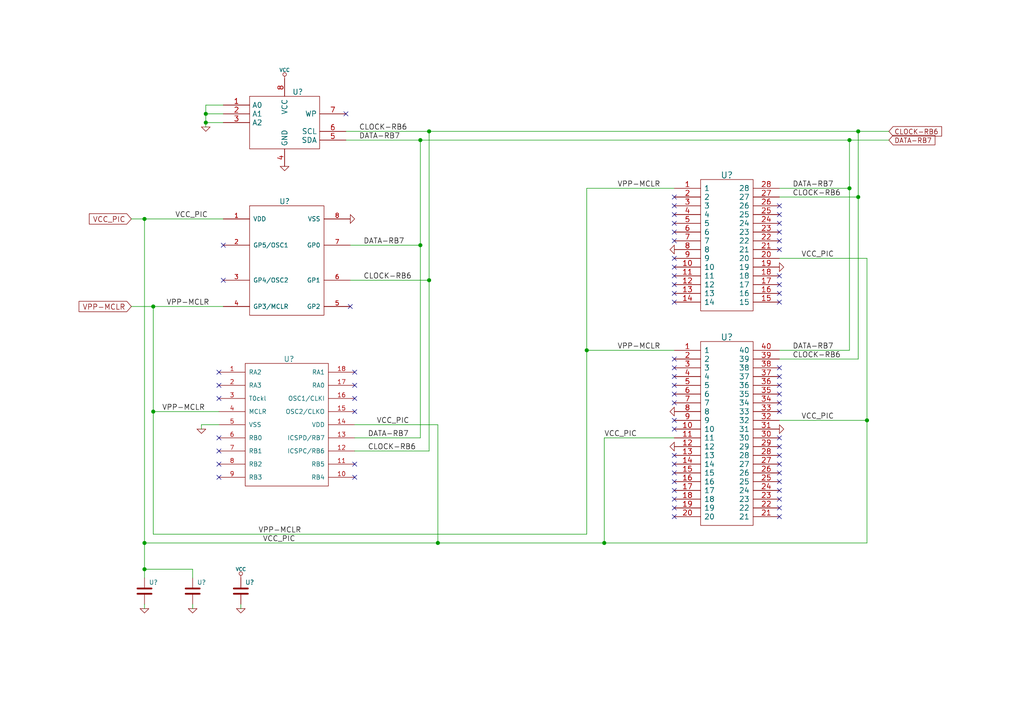
<source format=kicad_sch>
(kicad_sch (version 20220822) (generator eeschema)
  (paper "A4")
  (title_block (title "JDM - COM84 PIC Programmer with 13V DC/DC converter") (date "Sun 22 Mar 2015") (rev "3") (company "KiCad"))
  (lib_symbols
    (symbol "flat_hierarchy_schlib:24C16" (pin_names (offset 0.762))
      (property "Reference" "U" (at 3.81 8.89 0))
      (property "Value" "24C16" (at 5.08 -8.89 0))
      (symbol "24C16_0_0"
        (pin power_in line (at 0 -12.7 90) (length 5.08) (name "GND") (number "4"))
        (pin power_in line (at 0 12.7 270) (length 5.08) (name "VCC") (number "8"))
      )
      (symbol "24C16_1_1"
        (rectangle (start -10.16 -7.62) (end 10.16 7.62))
        (pin input line (at -17.78 5.08 0) (length 7.62) (name "A0") (number "1"))
        (pin input line (at -17.78 2.54 0) (length 7.62) (name "A1") (number "2"))
        (pin input line (at -17.78 0 0) (length 7.62) (name "A2") (number "3"))
        (pin bidirectional line (at 17.78 -5.08 180) (length 7.62) (name "SDA") (number "5"))
        (pin input line (at 17.78 -2.54 180) (length 7.62) (name "SCL") (number "6"))
        (pin input line (at 17.78 2.54 180) (length 7.62) (name "WP") (number "7"))
      )
    )
    (symbol "flat_hierarchy_schlib:C" (pin_numbers hide) (pin_names (offset 0.254))
      (property "Reference" "C" (at 0.635 2.54 0))
      (property "Value" "C" (at 0.635 -2.54 0))
      (symbol "C_0_1"
        (polyline (pts (xy -2.032 -0.762) (xy 2.032 -0.762)) (stroke (width 0.508)))
        (polyline (pts (xy -2.032 0.762) (xy 2.032 0.762)) (stroke (width 0.508)))
      )
      (symbol "C_1_1"
        (pin passive line (at 0 3.81 270) (length 2.794) (name "~") (number "1"))
        (pin passive line (at 0 -3.81 90) (length 2.794) (name "~") (number "2"))
      )
    )
    (symbol "flat_hierarchy_schlib:GND" (power) (pin_names (offset 0))
      (symbol "GND_0_1"
        (polyline (pts (xy -1.27 0) (xy 0 -1.27) (xy 1.27 0) (xy -1.27 0)))
      )
      (symbol "GND_1_1"
        (pin power_in line (at 0 0 90) (length 0) hide (name "GND") (number "1"))
      )
    )
    (symbol "flat_hierarchy_schlib:PIC12C508A" (pin_names (offset 1.016))
      (property "Reference" "U" (at 0 17.78 0))
      (property "Value" "PIC12C508A" (at 0 -16.51 0))
      (symbol "PIC12C508A_0_1"
        (rectangle (start 10.16 -15.24) (end -11.43 16.51))
      )
      (symbol "PIC12C508A_1_1"
        (pin power_in line (at -19.05 12.7 0) (length 7.62) (name "VDD") (number "1"))
        (pin input line (at -19.05 5.08 0) (length 7.62) (name "GP5/OSC1") (number "2"))
        (pin input line (at -19.05 -5.08 0) (length 7.62) (name "GP4/OSC2") (number "3"))
        (pin input line (at -19.05 -12.7 0) (length 7.62) (name "GP3/MCLR") (number "4"))
        (pin input line (at 17.78 -12.7 180) (length 7.62) (name "GP2") (number "5"))
        (pin input line (at 17.78 -5.08 180) (length 7.62) (name "GP1") (number "6"))
        (pin input line (at 17.78 5.08 180) (length 7.62) (name "GP0") (number "7"))
        (pin power_in line (at 17.78 12.7 180) (length 7.62) (name "VSS") (number "8"))
      )
      (symbol "PIC12C508A_1_2"
        (pin power_in line (at -19.05 12.7 0) (length 7.62) (name "VDD") (number "1"))
        (pin input line (at -19.05 5.08 0) (length 7.62) (name "GP5/OSC1") (number "2"))
        (pin input line (at -19.05 -5.08 0) (length 7.62) (name "GP4/OSC2") (number "3"))
        (pin input line (at -19.05 -12.7 0) (length 7.62) (name "GP3/MCLR") (number "4"))
        (pin input line (at 17.78 -12.7 180) (length 7.62) (name "GP2") (number "5"))
        (pin input line (at 17.78 -5.08 180) (length 7.62) (name "GP1") (number "6"))
        (pin input line (at 17.78 5.08 180) (length 7.62) (name "GP0") (number "7"))
        (pin power_in line (at 17.78 12.7 180) (length 7.62) (name "VSS") (number "8"))
      )
    )
    (symbol "flat_hierarchy_schlib:PIC16F54" (pin_names (offset 1.016))
      (property "Reference" "U?" (at 0 -19.05 0))
      (property "Value" "PIC16F54" (at 0 20.32 0))
      (symbol "PIC16F54_0_1"
        (rectangle (start -12.7 17.78) (end 11.43 -17.78))
      )
      (symbol "PIC16F54_1_1"
        (pin bidirectional line (at -20.32 15.24 0) (length 7.62) (name "RA2") (number "1"))
        (pin bidirectional line (at 19.05 -15.24 180) (length 7.62) (name "RB4") (number "10"))
        (pin bidirectional line (at 19.05 -11.43 180) (length 7.62) (name "RB5") (number "11"))
        (pin bidirectional line (at 19.05 -7.62 180) (length 7.62) (name "ICSPC/RB6") (number "12"))
        (pin bidirectional line (at 19.05 -3.81 180) (length 7.62) (name "ICSPD/RB7") (number "13"))
        (pin power_in line (at 19.05 0 180) (length 7.62) (name "VDD") (number "14"))
        (pin output line (at 19.05 3.81 180) (length 7.62) (name "OSC2/CLKO") (number "15"))
        (pin input line (at 19.05 7.62 180) (length 7.62) (name "OSC1/CLKI") (number "16"))
        (pin bidirectional line (at 19.05 11.43 180) (length 7.62) (name "RA0") (number "17"))
        (pin bidirectional line (at 19.05 15.24 180) (length 7.62) (name "RA1") (number "18"))
        (pin bidirectional line (at -20.32 11.43 0) (length 7.62) (name "RA3") (number "2"))
        (pin output line (at -20.32 7.62 0) (length 7.62) (name "T0ckl") (number "3"))
        (pin input line (at -20.32 3.81 0) (length 7.62) (name "MCLR") (number "4"))
        (pin power_in line (at -20.32 0 0) (length 7.62) (name "VSS") (number "5"))
        (pin bidirectional line (at -20.32 -3.81 0) (length 7.62) (name "RB0") (number "6"))
        (pin bidirectional line (at -20.32 -7.62 0) (length 7.62) (name "RB1") (number "7"))
        (pin bidirectional line (at -20.32 -11.43 0) (length 7.62) (name "RB2") (number "8"))
        (pin bidirectional line (at -20.32 -15.24 0) (length 7.62) (name "RB3") (number "9"))
      )
      (symbol "PIC16F54_1_2"
        (pin bidirectional line (at -20.32 15.24 0) (length 7.62) (name "RA2") (number "1"))
        (pin bidirectional line (at 19.05 -15.24 180) (length 7.62) (name "RB4") (number "10"))
        (pin bidirectional line (at 19.05 -11.43 180) (length 7.62) (name "RB5") (number "11"))
        (pin bidirectional line (at 19.05 -7.62 180) (length 7.62) (name "ICSPC/RB6") (number "12"))
        (pin bidirectional line (at 19.05 -3.81 180) (length 7.62) (name "ICSPD/RB7") (number "13"))
        (pin power_in line (at 19.05 0 180) (length 7.62) (name "VDD") (number "14"))
        (pin output line (at 19.05 3.81 180) (length 7.62) (name "OSC2/CLKO") (number "15"))
        (pin input line (at 19.05 7.62 180) (length 7.62) (name "OSC1/CLKI") (number "16"))
        (pin bidirectional line (at 19.05 11.43 180) (length 7.62) (name "RA0") (number "17"))
        (pin bidirectional line (at 19.05 15.24 180) (length 7.62) (name "RA1") (number "18"))
        (pin bidirectional line (at -20.32 11.43 0) (length 7.62) (name "RA3") (number "2"))
        (pin output line (at -20.32 7.62 0) (length 7.62) (name "T0ckl") (number "3"))
        (pin input line (at -20.32 3.81 0) (length 7.62) (name "MCLR") (number "4"))
        (pin power_in line (at -20.32 0 0) (length 7.62) (name "VSS") (number "5"))
        (pin bidirectional line (at -20.32 -3.81 0) (length 7.62) (name "RB0") (number "6"))
        (pin bidirectional line (at -20.32 -7.62 0) (length 7.62) (name "RB1") (number "7"))
        (pin bidirectional line (at -20.32 -11.43 0) (length 7.62) (name "RB2") (number "8"))
        (pin bidirectional line (at -20.32 -15.24 0) (length 7.62) (name "RB3") (number "9"))
      )
    )
    (symbol "flat_hierarchy_schlib:SUPP28" (pin_names (offset 1.016))
      (property "Reference" "J" (at 0 2.54 0))
      (property "Value" "SUPP28" (at 0 -2.54 0))
      (symbol "SUPP28_0_1"
        (rectangle (start -7.62 -19.05) (end 7.62 19.05))
      )
      (symbol "SUPP28_1_1"
        (pin passive line (at -15.24 16.51 0) (length 7.62) (name "1") (number "1"))
        (pin passive line (at -15.24 -6.35 0) (length 7.62) (name "10") (number "10"))
        (pin passive line (at -15.24 -8.89 0) (length 7.62) (name "11") (number "11"))
        (pin passive line (at -15.24 -11.43 0) (length 7.62) (name "12") (number "12"))
        (pin passive line (at -15.24 -13.97 0) (length 7.62) (name "13") (number "13"))
        (pin passive line (at -15.24 -16.51 0) (length 7.62) (name "14") (number "14"))
        (pin passive line (at 15.24 -16.51 180) (length 7.62) (name "15") (number "15"))
        (pin passive line (at 15.24 -13.97 180) (length 7.62) (name "16") (number "16"))
        (pin passive line (at 15.24 -11.43 180) (length 7.62) (name "17") (number "17"))
        (pin passive line (at 15.24 -8.89 180) (length 7.62) (name "18") (number "18"))
        (pin passive line (at 15.24 -6.35 180) (length 7.62) (name "19") (number "19"))
        (pin passive line (at -15.24 13.97 0) (length 7.62) (name "2") (number "2"))
        (pin passive line (at 15.24 -3.81 180) (length 7.62) (name "20") (number "20"))
        (pin passive line (at 15.24 -1.27 180) (length 7.62) (name "21") (number "21"))
        (pin passive line (at 15.24 1.27 180) (length 7.62) (name "22") (number "22"))
        (pin passive line (at 15.24 3.81 180) (length 7.62) (name "23") (number "23"))
        (pin passive line (at 15.24 6.35 180) (length 7.62) (name "24") (number "24"))
        (pin passive line (at 15.24 8.89 180) (length 7.62) (name "25") (number "25"))
        (pin passive line (at 15.24 11.43 180) (length 7.62) (name "26") (number "26"))
        (pin passive line (at 15.24 13.97 180) (length 7.62) (name "27") (number "27"))
        (pin passive line (at 15.24 16.51 180) (length 7.62) (name "28") (number "28"))
        (pin passive line (at -15.24 11.43 0) (length 7.62) (name "3") (number "3"))
        (pin passive line (at -15.24 8.89 0) (length 7.62) (name "4") (number "4"))
        (pin passive line (at -15.24 6.35 0) (length 7.62) (name "5") (number "5"))
        (pin passive line (at -15.24 3.81 0) (length 7.62) (name "6") (number "6"))
        (pin passive line (at -15.24 1.27 0) (length 7.62) (name "7") (number "7"))
        (pin passive line (at -15.24 -1.27 0) (length 7.62) (name "8") (number "8"))
        (pin passive line (at -15.24 -3.81 0) (length 7.62) (name "9") (number "9"))
      )
    )
    (symbol "flat_hierarchy_schlib:SUPP40" (pin_names (offset 1.016))
      (property "Reference" "P" (at 0 27.94 0))
      (property "Value" "SUPP40" (at 0 -27.94 0))
      (symbol "SUPP40_0_1"
        (rectangle (start -7.62 -26.67) (end 7.62 26.67))
      )
      (symbol "SUPP40_1_1"
        (pin passive line (at -15.24 24.13 0) (length 7.62) (name "1") (number "1"))
        (pin passive line (at -15.24 1.27 0) (length 7.62) (name "10") (number "10"))
        (pin passive line (at -15.24 -1.27 0) (length 7.62) (name "11") (number "11"))
        (pin passive line (at -15.24 -3.81 0) (length 7.62) (name "12") (number "12"))
        (pin passive line (at -15.24 -6.35 0) (length 7.62) (name "13") (number "13"))
        (pin passive line (at -15.24 -8.89 0) (length 7.62) (name "14") (number "14"))
        (pin passive line (at -15.24 -11.43 0) (length 7.62) (name "15") (number "15"))
        (pin passive line (at -15.24 -13.97 0) (length 7.62) (name "16") (number "16"))
        (pin passive line (at -15.24 -16.51 0) (length 7.62) (name "17") (number "17"))
        (pin passive line (at -15.24 -19.05 0) (length 7.62) (name "18") (number "18"))
        (pin passive line (at -15.24 -21.59 0) (length 7.62) (name "19") (number "19"))
        (pin passive line (at -15.24 21.59 0) (length 7.62) (name "2") (number "2"))
        (pin passive line (at -15.24 -24.13 0) (length 7.62) (name "20") (number "20"))
        (pin passive line (at 15.24 -24.13 180) (length 7.62) (name "21") (number "21"))
        (pin passive line (at 15.24 -21.59 180) (length 7.62) (name "22") (number "22"))
        (pin passive line (at 15.24 -19.05 180) (length 7.62) (name "23") (number "23"))
        (pin passive line (at 15.24 -16.51 180) (length 7.62) (name "24") (number "24"))
        (pin passive line (at 15.24 -13.97 180) (length 7.62) (name "25") (number "25"))
        (pin passive line (at 15.24 -11.43 180) (length 7.62) (name "26") (number "26"))
        (pin passive line (at 15.24 -8.89 180) (length 7.62) (name "27") (number "27"))
        (pin passive line (at 15.24 -6.35 180) (length 7.62) (name "28") (number "28"))
        (pin passive line (at 15.24 -3.81 180) (length 7.62) (name "29") (number "29"))
        (pin passive line (at -15.24 19.05 0) (length 7.62) (name "3") (number "3"))
        (pin passive line (at 15.24 -1.27 180) (length 7.62) (name "30") (number "30"))
        (pin passive line (at 15.24 1.27 180) (length 7.62) (name "31") (number "31"))
        (pin passive line (at 15.24 3.81 180) (length 7.62) (name "32") (number "32"))
        (pin passive line (at 15.24 6.35 180) (length 7.62) (name "33") (number "33"))
        (pin passive line (at 15.24 8.89 180) (length 7.62) (name "34") (number "34"))
        (pin passive line (at 15.24 11.43 180) (length 7.62) (name "35") (number "35"))
        (pin passive line (at 15.24 13.97 180) (length 7.62) (name "36") (number "36"))
        (pin passive line (at 15.24 16.51 180) (length 7.62) (name "37") (number "37"))
        (pin passive line (at 15.24 19.05 180) (length 7.62) (name "38") (number "38"))
        (pin passive line (at 15.24 21.59 180) (length 7.62) (name "39") (number "39"))
        (pin passive line (at -15.24 16.51 0) (length 7.62) (name "4") (number "4"))
        (pin passive line (at 15.24 24.13 180) (length 7.62) (name "40") (number "40"))
        (pin passive line (at -15.24 13.97 0) (length 7.62) (name "5") (number "5"))
        (pin passive line (at -15.24 11.43 0) (length 7.62) (name "6") (number "6"))
        (pin passive line (at -15.24 8.89 0) (length 7.62) (name "7") (number "7"))
        (pin passive line (at -15.24 6.35 0) (length 7.62) (name "8") (number "8"))
        (pin passive line (at -15.24 3.81 0) (length 7.62) (name "9") (number "9"))
      )
    )
    (symbol "flat_hierarchy_schlib:VCC" (power) (pin_names (offset 0))
      (property "Value" "VCC" (at 0 2.54 0))
      (symbol "VCC_0_0"
        (pin power_in line (at 0 0 90) (length 0) hide (name "VCC") (number "1"))
      )
      (symbol "VCC_0_1"
        (polyline (pts (xy 0 0) (xy 0 0.762) (xy 0 0.762)))
        (circle (center 0 1.27) (radius 0.508))
      )
    )
  )
  (junction (at 121.92 71.12) (diameter 1.016))
  (junction (at 246.38 40.64) (diameter 1.016))
  (junction (at 41.91 165.1) (diameter 1.016))
  (junction (at 248.92 38.1) (diameter 1.016))
  (junction (at 170.18 101.6) (diameter 1.016))
  (junction (at 41.91 63.5) (diameter 1.016))
  (junction (at 175.26 157.48) (diameter 1.016))
  (junction (at 44.45 119.38) (diameter 1.016))
  (junction (at 59.69 33.02) (diameter 1.016))
  (junction (at 251.46 121.92) (diameter 1.016))
  (junction (at 246.38 54.61) (diameter 1.016))
  (junction (at 124.46 38.1) (diameter 1.016))
  (junction (at 41.91 157.48) (diameter 1.016))
  (junction (at 248.92 57.15) (diameter 1.016))
  (junction (at 59.69 35.56) (diameter 1.016))
  (junction (at 44.45 88.9) (diameter 1.016))
  (junction (at 127 157.48) (diameter 1.016))
  (junction (at 121.92 40.64) (diameter 1.016))
  (junction (at 124.46 81.28) (diameter 1.016))
  (no_connect (at 195.58 80.01))
  (no_connect (at 226.06 87.63))
  (no_connect (at 195.58 82.55))
  (no_connect (at 195.58 57.15))
  (no_connect (at 195.58 59.69))
  (no_connect (at 195.58 149.86))
  (no_connect (at 102.87 134.62))
  (no_connect (at 226.06 80.01))
  (no_connect (at 195.58 69.85))
  (no_connect (at 195.58 85.09))
  (no_connect (at 195.58 77.47))
  (no_connect (at 102.87 111.76))
  (no_connect (at 195.58 106.68))
  (no_connect (at 195.58 139.7))
  (no_connect (at 195.58 132.08))
  (no_connect (at 226.06 139.7))
  (no_connect (at 195.58 111.76))
  (no_connect (at 226.06 59.69))
  (no_connect (at 195.58 64.77))
  (no_connect (at 195.58 87.63))
  (no_connect (at 195.58 142.24))
  (no_connect (at 195.58 134.62))
  (no_connect (at 63.5 138.43))
  (no_connect (at 226.06 132.08))
  (no_connect (at 64.77 81.28))
  (no_connect (at 226.06 114.3))
  (no_connect (at 226.06 127))
  (no_connect (at 195.58 109.22))
  (no_connect (at 195.58 74.93))
  (no_connect (at 226.06 129.54))
  (no_connect (at 63.5 127))
  (no_connect (at 226.06 137.16))
  (no_connect (at 226.06 116.84))
  (no_connect (at 226.06 119.38))
  (no_connect (at 226.06 109.22))
  (no_connect (at 63.5 134.62))
  (no_connect (at 102.87 115.57))
  (no_connect (at 226.06 69.85))
  (no_connect (at 226.06 144.78))
  (no_connect (at 102.87 119.38))
  (no_connect (at 63.5 107.95))
  (no_connect (at 102.87 138.43))
  (no_connect (at 226.06 142.24))
  (no_connect (at 195.58 144.78))
  (no_connect (at 195.58 104.14))
  (no_connect (at 195.58 147.32))
  (no_connect (at 226.06 82.55))
  (no_connect (at 195.58 116.84))
  (no_connect (at 226.06 72.39))
  (no_connect (at 63.5 115.57))
  (no_connect (at 195.58 137.16))
  (no_connect (at 195.58 62.23))
  (no_connect (at 226.06 111.76))
  (no_connect (at 195.58 121.92))
  (no_connect (at 64.77 71.12))
  (no_connect (at 195.58 114.3))
  (no_connect (at 195.58 124.46))
  (no_connect (at 226.06 147.32))
  (no_connect (at 226.06 67.31))
  (no_connect (at 63.5 111.76))
  (no_connect (at 100.33 33.02))
  (no_connect (at 226.06 85.09))
  (no_connect (at 226.06 64.77))
  (no_connect (at 226.06 134.62))
  (no_connect (at 101.6 88.9))
  (no_connect (at 226.06 106.68))
  (no_connect (at 63.5 130.81))
  (no_connect (at 195.58 67.31))
  (no_connect (at 102.87 107.95))
  (no_connect (at 226.06 62.23))
  (no_connect (at 226.06 149.86))
  (wire (pts (xy 124.46 38.1) (xy 248.92 38.1)))
  (wire (pts (xy 121.92 40.64) (xy 121.92 71.12)))
  (wire (pts (xy 246.38 101.6) (xy 226.06 101.6)))
  (wire (pts (xy 124.46 81.28) (xy 124.46 130.81)))
  (wire (pts (xy 248.92 38.1) (xy 248.92 57.15)))
  (wire (pts (xy 102.87 123.19) (xy 127 123.19)))
  (wire (pts (xy 226.06 57.15) (xy 248.92 57.15)))
  (wire (pts (xy 41.91 63.5) (xy 64.77 63.5)))
  (wire (pts (xy 41.91 157.48) (xy 41.91 165.1)))
  (wire (pts (xy 59.69 33.02) (xy 64.77 33.02)))
  (wire (pts (xy 121.92 71.12) (xy 121.92 127)))
  (wire (pts (xy 59.69 30.48) (xy 59.69 33.02)))
  (wire (pts (xy 170.18 54.61) (xy 195.58 54.61)))
  (wire (pts (xy 248.92 38.1) (xy 257.81 38.1)))
  (wire (pts (xy 63.5 119.38) (xy 44.45 119.38)))
  (wire (pts (xy 38.1 88.9) (xy 44.45 88.9)))
  (wire (pts (xy 121.92 40.64) (xy 246.38 40.64)))
  (wire (pts (xy 251.46 74.93) (xy 251.46 121.92)))
  (wire (pts (xy 175.26 157.48) (xy 127 157.48)))
  (wire (pts (xy 246.38 54.61) (xy 246.38 101.6)))
  (wire (pts (xy 170.18 154.94) (xy 170.18 101.6)))
  (wire (pts (xy 59.69 33.02) (xy 59.69 35.56)))
  (wire (pts (xy 64.77 35.56) (xy 59.69 35.56)))
  (wire (pts (xy 170.18 101.6) (xy 170.18 54.61)))
  (wire (pts (xy 41.91 175.26) (xy 41.91 176.53)))
  (wire (pts (xy 44.45 154.94) (xy 170.18 154.94)))
  (wire (pts (xy 55.88 175.26) (xy 55.88 176.53)))
  (wire (pts (xy 44.45 88.9) (xy 44.45 119.38)))
  (wire (pts (xy 100.33 38.1) (xy 124.46 38.1)))
  (wire (pts (xy 38.1 63.5) (xy 41.91 63.5)))
  (wire (pts (xy 63.5 123.19) (xy 58.42 123.19)))
  (wire (pts (xy 248.92 104.14) (xy 226.06 104.14)))
  (wire (pts (xy 101.6 81.28) (xy 124.46 81.28)))
  (wire (pts (xy 127 157.48) (xy 41.91 157.48)))
  (wire (pts (xy 55.88 165.1) (xy 55.88 167.64)))
  (wire (pts (xy 226.06 54.61) (xy 246.38 54.61)))
  (wire (pts (xy 246.38 40.64) (xy 257.81 40.64)))
  (wire (pts (xy 101.6 71.12) (xy 121.92 71.12)))
  (wire (pts (xy 121.92 127) (xy 102.87 127)))
  (wire (pts (xy 251.46 157.48) (xy 175.26 157.48)))
  (wire (pts (xy 248.92 57.15) (xy 248.92 104.14)))
  (wire (pts (xy 226.06 121.92) (xy 251.46 121.92)))
  (wire (pts (xy 100.33 40.64) (xy 121.92 40.64)))
  (wire (pts (xy 69.85 175.26) (xy 69.85 176.53)))
  (wire (pts (xy 59.69 35.56) (xy 59.69 36.83)))
  (wire (pts (xy 44.45 88.9) (xy 64.77 88.9)))
  (wire (pts (xy 251.46 121.92) (xy 251.46 157.48)))
  (wire (pts (xy 124.46 38.1) (xy 124.46 81.28)))
  (wire (pts (xy 226.06 74.93) (xy 251.46 74.93)))
  (wire (pts (xy 41.91 165.1) (xy 41.91 167.64)))
  (wire (pts (xy 195.58 127) (xy 175.26 127)))
  (wire (pts (xy 59.69 30.48) (xy 64.77 30.48)))
  (wire (pts (xy 41.91 63.5) (xy 41.91 157.48)))
  (wire (pts (xy 170.18 101.6) (xy 195.58 101.6)))
  (wire (pts (xy 124.46 130.81) (xy 102.87 130.81)))
  (wire (pts (xy 246.38 40.64) (xy 246.38 54.61)))
  (wire (pts (xy 44.45 119.38) (xy 44.45 154.94)))
  (wire (pts (xy 127 123.19) (xy 127 157.48)))
  (wire (pts (xy 175.26 127) (xy 175.26 157.48)))
  (wire (pts (xy 41.91 165.1) (xy 55.88 165.1)))
  (wire (pts (xy 58.42 123.19) (xy 58.42 124.46)))
  (label "DATA-RB7" (at 229.87 101.6 0) (effects (font (size 1.524 1.524))))
  (label "VCC_PIC" (at 109.22 123.19 0) (effects (font (size 1.524 1.524))))
  (label "CLOCK-RB6" (at 105.41 81.28 0) (effects (font (size 1.524 1.524))))
  (label "DATA-RB7" (at 229.87 54.61 0) (effects (font (size 1.524 1.524))))
  (label "CLOCK-RB6" (at 104.14 38.1 0) (effects (font (size 1.524 1.524))))
  (label "CLOCK-RB6" (at 229.87 57.15 0) (effects (font (size 1.524 1.524))))
  (label "VCC_PIC" (at 175.26 127 0) (effects (font (size 1.524 1.524))))
  (label "CLOCK-RB6" (at 229.87 104.14 0) (effects (font (size 1.524 1.524))))
  (label "VPP-MCLR" (at 179.07 101.6 0) (effects (font (size 1.524 1.524))))
  (label "VCC_PIC" (at 50.8 63.5 0) (effects (font (size 1.524 1.524))))
  (label "VCC_PIC" (at 76.2 157.48 0) (effects (font (size 1.524 1.524))))
  (label "VCC_PIC" (at 232.41 74.93 0) (effects (font (size 1.524 1.524))))
  (label "VCC_PIC" (at 232.41 121.92 0) (effects (font (size 1.524 1.524))))
  (label "VPP-MCLR" (at 74.93 154.94 0) (effects (font (size 1.524 1.524))))
  (label "DATA-RB7" (at 106.68 127 0) (effects (font (size 1.524 1.524))))
  (label "CLOCK-RB6" (at 106.68 130.81 0) (effects (font (size 1.524 1.524))))
  (label "VPP-MCLR" (at 179.07 54.61 0) (effects (font (size 1.524 1.524))))
  (label "DATA-RB7" (at 105.41 71.12 0) (effects (font (size 1.524 1.524))))
  (label "VPP-MCLR" (at 48.26 88.9 0) (effects (font (size 1.524 1.524))))
  (label "DATA-RB7" (at 104.14 40.64 0) (effects (font (size 1.524 1.524))))
  (label "VPP-MCLR" (at 46.99 119.38 0) (effects (font (size 1.524 1.524))))
  (global_label "DATA-RB7" (shape input) (at 257.81 40.64 0) (effects (font (size 1.397 1.397))) (property "Intersheet References" "${INTERSHEET_REFS}" (effects hide)))
  (global_label "VPP-MCLR" (shape input) (at 38.1 88.9 180) (effects (font (size 1.524 1.524))) (property "Intersheet References" "${INTERSHEET_REFS}" (effects hide)))
  (global_label "CLOCK-RB6" (shape input) (at 257.81 38.1 0) (effects (font (size 1.397 1.397))) (property "Intersheet References" "${INTERSHEET_REFS}" (effects hide)))
  (global_label "VCC_PIC" (shape input) (at 38.1 63.5 180) (effects (font (size 1.524 1.524))) (property "Intersheet References" "${INTERSHEET_REFS}" (effects hide)))
  (symbol (lib_id "flat_hierarchy_schlib:PIC12C508A") (at 83.82 76.2 0) (unit 1)
    (default_instance (reference "") (unit 1) (value "") (footprint ""))
  )
  (symbol (lib_id "flat_hierarchy_schlib:PIC16F54") (at 83.82 123.19 0) (unit 1)
    (default_instance (reference "") (unit 1) (value "") (footprint ""))
  )
  (symbol (lib_id "flat_hierarchy_schlib:GND") (at 101.6 63.5 90) (unit 1)
    (default_instance (reference "") (unit 1) (value "") (footprint ""))
  )
  (symbol (lib_id "flat_hierarchy_schlib:GND") (at 58.42 124.46 0) (unit 1)
    (default_instance (reference "") (unit 1) (value "") (footprint ""))
  )
  (symbol (lib_id "flat_hierarchy_schlib:GND") (at 195.58 129.54 270) (unit 1)
    (default_instance (reference "") (unit 1) (value "") (footprint ""))
  )
  (symbol (lib_id "flat_hierarchy_schlib:24C16") (at 82.55 35.56 0) (unit 1)
    (default_instance (reference "") (unit 1) (value "") (footprint ""))
  )
  (symbol (lib_id "flat_hierarchy_schlib:GND") (at 59.69 36.83 0) (unit 1)
    (default_instance (reference "") (unit 1) (value "") (footprint ""))
  )
  (symbol (lib_id "flat_hierarchy_schlib:SUPP40") (at 210.82 125.73 0) (unit 1)
    (default_instance (reference "") (unit 1) (value "") (footprint ""))
  )
  (symbol (lib_id "flat_hierarchy_schlib:GND") (at 226.06 124.46 90) (unit 1)
    (default_instance (reference "") (unit 1) (value "") (footprint ""))
  )
  (symbol (lib_id "flat_hierarchy_schlib:C") (at 69.85 171.45 0) (unit 1)
    (default_instance (reference "") (unit 1) (value "") (footprint ""))
  )
  (symbol (lib_id "flat_hierarchy_schlib:VCC") (at 69.85 167.64 0) (unit 1)
    (default_instance (reference "") (unit 1) (value "") (footprint ""))
  )
  (symbol (lib_id "flat_hierarchy_schlib:GND") (at 69.85 176.53 0) (unit 1)
    (default_instance (reference "") (unit 1) (value "") (footprint ""))
  )
  (symbol (lib_id "flat_hierarchy_schlib:C") (at 41.91 171.45 0) (unit 1)
    (default_instance (reference "") (unit 1) (value "") (footprint ""))
  )
  (symbol (lib_id "flat_hierarchy_schlib:GND") (at 41.91 176.53 0) (unit 1)
    (default_instance (reference "") (unit 1) (value "") (footprint ""))
  )
  (symbol (lib_id "flat_hierarchy_schlib:SUPP28") (at 210.82 71.12 0) (unit 1)
    (default_instance (reference "") (unit 1) (value "") (footprint ""))
  )
  (symbol (lib_id "flat_hierarchy_schlib:GND") (at 195.58 72.39 270) (unit 1)
    (default_instance (reference "") (unit 1) (value "") (footprint ""))
  )
  (symbol (lib_id "flat_hierarchy_schlib:GND") (at 226.06 77.47 90) (unit 1)
    (default_instance (reference "") (unit 1) (value "") (footprint ""))
  )
  (symbol (lib_id "flat_hierarchy_schlib:GND") (at 195.58 119.38 270) (unit 1)
    (default_instance (reference "") (unit 1) (value "") (footprint ""))
  )
  (symbol (lib_id "flat_hierarchy_schlib:C") (at 55.88 171.45 0) (unit 1)
    (default_instance (reference "") (unit 1) (value "") (footprint ""))
  )
  (symbol (lib_id "flat_hierarchy_schlib:GND") (at 55.88 176.53 0) (unit 1)
    (default_instance (reference "") (unit 1) (value "") (footprint ""))
  )
  (symbol (lib_id "flat_hierarchy_schlib:VCC") (at 82.55 22.86 0) (unit 1)
    (default_instance (reference "") (unit 1) (value "") (footprint ""))
  )
  (symbol (lib_id "flat_hierarchy_schlib:GND") (at 82.55 48.26 0) (unit 1)
    (default_instance (reference "") (unit 1) (value "") (footprint ""))
  )
)
</source>
